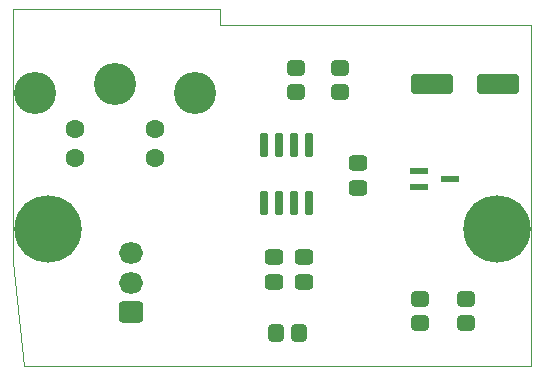
<source format=gbr>
G04 #@! TF.GenerationSoftware,KiCad,Pcbnew,(6.0.10)*
G04 #@! TF.CreationDate,2023-01-19T02:18:08+01:00*
G04 #@! TF.ProjectId,S-VHS ZX Spectrum Rev. D,532d5648-5320-45a5-9820-537065637472,rev?*
G04 #@! TF.SameCoordinates,Original*
G04 #@! TF.FileFunction,Soldermask,Top*
G04 #@! TF.FilePolarity,Negative*
%FSLAX46Y46*%
G04 Gerber Fmt 4.6, Leading zero omitted, Abs format (unit mm)*
G04 Created by KiCad (PCBNEW (6.0.10)) date 2023-01-19 02:18:08*
%MOMM*%
%LPD*%
G01*
G04 APERTURE LIST*
G04 Aperture macros list*
%AMRoundRect*
0 Rectangle with rounded corners*
0 $1 Rounding radius*
0 $2 $3 $4 $5 $6 $7 $8 $9 X,Y pos of 4 corners*
0 Add a 4 corners polygon primitive as box body*
4,1,4,$2,$3,$4,$5,$6,$7,$8,$9,$2,$3,0*
0 Add four circle primitives for the rounded corners*
1,1,$1+$1,$2,$3*
1,1,$1+$1,$4,$5*
1,1,$1+$1,$6,$7*
1,1,$1+$1,$8,$9*
0 Add four rect primitives between the rounded corners*
20,1,$1+$1,$2,$3,$4,$5,0*
20,1,$1+$1,$4,$5,$6,$7,0*
20,1,$1+$1,$6,$7,$8,$9,0*
20,1,$1+$1,$8,$9,$2,$3,0*%
G04 Aperture macros list end*
G04 #@! TA.AperFunction,Profile*
%ADD10C,0.050000*%
G04 #@! TD*
%ADD11C,5.702000*%
%ADD12RoundRect,0.301000X0.475000X-0.337500X0.475000X0.337500X-0.475000X0.337500X-0.475000X-0.337500X0*%
%ADD13RoundRect,0.301000X-1.500000X-0.550000X1.500000X-0.550000X1.500000X0.550000X-1.500000X0.550000X0*%
%ADD14C,1.602000*%
%ADD15C,3.567000*%
%ADD16RoundRect,0.301000X0.450000X-0.350000X0.450000X0.350000X-0.450000X0.350000X-0.450000X-0.350000X0*%
%ADD17RoundRect,0.201000X0.150000X-0.825000X0.150000X0.825000X-0.150000X0.825000X-0.150000X-0.825000X0*%
%ADD18RoundRect,0.301000X-0.475000X0.337500X-0.475000X-0.337500X0.475000X-0.337500X0.475000X0.337500X0*%
%ADD19RoundRect,0.301000X0.350000X0.450000X-0.350000X0.450000X-0.350000X-0.450000X0.350000X-0.450000X0*%
%ADD20RoundRect,0.051000X-0.750000X0.225000X-0.750000X-0.225000X0.750000X-0.225000X0.750000X0.225000X0*%
%ADD21RoundRect,0.301000X-0.450000X0.350000X-0.450000X-0.350000X0.450000X-0.350000X0.450000X0.350000X0*%
%ADD22RoundRect,0.301000X0.725000X-0.600000X0.725000X0.600000X-0.725000X0.600000X-0.725000X-0.600000X0*%
%ADD23O,2.052000X1.802000*%
G04 APERTURE END LIST*
D10*
X135763000Y-105283000D02*
X136652000Y-114046000D01*
X179578000Y-85217000D02*
X179578000Y-114046000D01*
X135763000Y-83820000D02*
X135763000Y-105283000D01*
X179578000Y-85217000D02*
X153289000Y-85217000D01*
X153289000Y-83820000D02*
X135763000Y-83820000D01*
X179578000Y-114046000D02*
X136652000Y-114046000D01*
X153289000Y-85217000D02*
X153289000Y-83820000D01*
X135763000Y-105283000D02*
X136652000Y-114046000D01*
X179578000Y-85217000D02*
X179578000Y-114046000D01*
X135763000Y-83820000D02*
X135763000Y-105283000D01*
X179578000Y-85217000D02*
X153289000Y-85217000D01*
X153289000Y-83820000D02*
X135763000Y-83820000D01*
X179578000Y-114046000D02*
X136652000Y-114046000D01*
X153289000Y-85217000D02*
X153289000Y-83820000D01*
D11*
X176739000Y-102489000D03*
X138700000Y-102489000D03*
D12*
X164980000Y-98967500D03*
X164980000Y-96892500D03*
D13*
X171190000Y-90170000D03*
X176790000Y-90170000D03*
D14*
X140970000Y-93980000D03*
X147770000Y-93980000D03*
X140970000Y-96480000D03*
X147770000Y-96480000D03*
D15*
X137620000Y-90980000D03*
X144370000Y-90180000D03*
X151120000Y-90980000D03*
D16*
X170180000Y-110427000D03*
X170180000Y-108427000D03*
X159710000Y-90857000D03*
X159710000Y-88857000D03*
X163459000Y-90857000D03*
X163459000Y-88857000D03*
D17*
X156995000Y-100265000D03*
X158265000Y-100265000D03*
X159535000Y-100265000D03*
X160805000Y-100265000D03*
X160805000Y-95315000D03*
X159535000Y-95315000D03*
X158265000Y-95315000D03*
X156995000Y-95315000D03*
D18*
X157880000Y-104842500D03*
X157880000Y-106917500D03*
X160420000Y-104842500D03*
X160420000Y-106917500D03*
D19*
X159993000Y-111248000D03*
X157993000Y-111248000D03*
D20*
X170100000Y-97580000D03*
X170100000Y-98880000D03*
X172760000Y-98230000D03*
D21*
X174117000Y-108427000D03*
X174117000Y-110427000D03*
D22*
X145760000Y-109530000D03*
D23*
X145760000Y-107030000D03*
X145760000Y-104530000D03*
M02*

</source>
